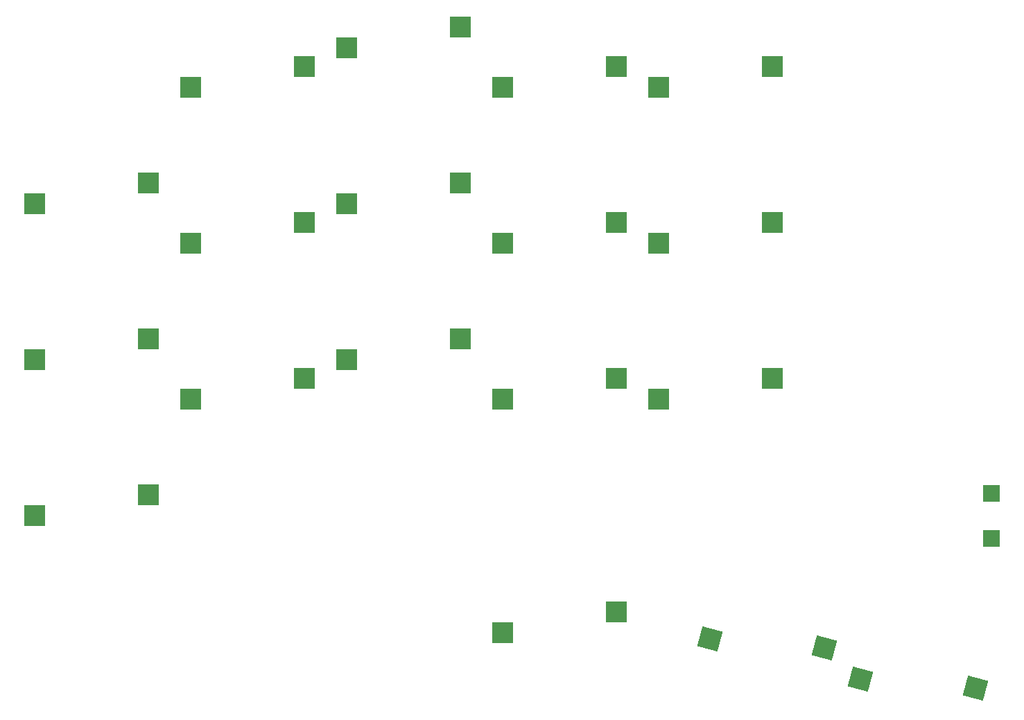
<source format=gbr>
%TF.GenerationSoftware,KiCad,Pcbnew,7.0.2*%
%TF.CreationDate,2023-10-26T02:33:03+11:00*%
%TF.ProjectId,cybr36,63796272-3336-42e6-9b69-6361645f7063,rev?*%
%TF.SameCoordinates,Original*%
%TF.FileFunction,Paste,Bot*%
%TF.FilePolarity,Positive*%
%FSLAX46Y46*%
G04 Gerber Fmt 4.6, Leading zero omitted, Abs format (unit mm)*
G04 Created by KiCad (PCBNEW 7.0.2) date 2023-10-26 02:33:03*
%MOMM*%
%LPD*%
G01*
G04 APERTURE LIST*
G04 Aperture macros list*
%AMRotRect*
0 Rectangle, with rotation*
0 The origin of the aperture is its center*
0 $1 length*
0 $2 width*
0 $3 Rotation angle, in degrees counterclockwise*
0 Add horizontal line*
21,1,$1,$2,0,0,$3*%
G04 Aperture macros list end*
%ADD10R,2.550000X2.500000*%
%ADD11RotRect,2.550000X2.500000X345.000000*%
%ADD12R,2.000000X2.100000*%
G04 APERTURE END LIST*
D10*
%TO.C,SW11*%
X140578470Y-58338116D03*
X154428470Y-55798116D03*
%TD*%
%TO.C,SW3*%
X83428470Y-110725616D03*
X97278470Y-108185616D03*
%TD*%
%TO.C,SW16*%
X159628470Y-77388116D03*
X173478470Y-74848116D03*
%TD*%
%TO.C,SW5*%
X102478470Y-77388116D03*
X116328470Y-74848116D03*
%TD*%
D11*
%TO.C,SW14*%
X165831960Y-125733489D03*
X179867433Y-126864682D03*
%TD*%
D10*
%TO.C,SW6*%
X102478470Y-96438116D03*
X116328470Y-93898116D03*
%TD*%
%TO.C,SW17*%
X159628470Y-96438116D03*
X173478470Y-93898116D03*
%TD*%
%TO.C,SW1*%
X83428470Y-72625616D03*
X97278470Y-70085616D03*
%TD*%
%TO.C,SW15*%
X159628470Y-58338116D03*
X173478470Y-55798116D03*
%TD*%
%TO.C,SW13*%
X140578470Y-96438116D03*
X154428470Y-93898116D03*
%TD*%
%TO.C,SW12*%
X140578470Y-77388116D03*
X154428470Y-74848116D03*
%TD*%
%TO.C,SW4*%
X102478470Y-58338116D03*
X116328470Y-55798116D03*
%TD*%
%TO.C,SW7*%
X121528470Y-53575616D03*
X135378470Y-51035616D03*
%TD*%
%TO.C,SW10*%
X140578470Y-125013116D03*
X154428470Y-122473116D03*
%TD*%
%TO.C,SW8*%
X121528470Y-72625616D03*
X135378470Y-70085616D03*
%TD*%
%TO.C,SW9*%
X135378470Y-89135616D03*
X121528470Y-91675616D03*
%TD*%
%TO.C,SW2*%
X83428470Y-91675616D03*
X97278470Y-89135616D03*
%TD*%
D11*
%TO.C,SW18*%
X184232961Y-130663985D03*
X198268434Y-131795178D03*
%TD*%
D12*
%TO.C,SW19*%
X200250000Y-108000000D03*
X200250000Y-113500000D03*
%TD*%
M02*

</source>
